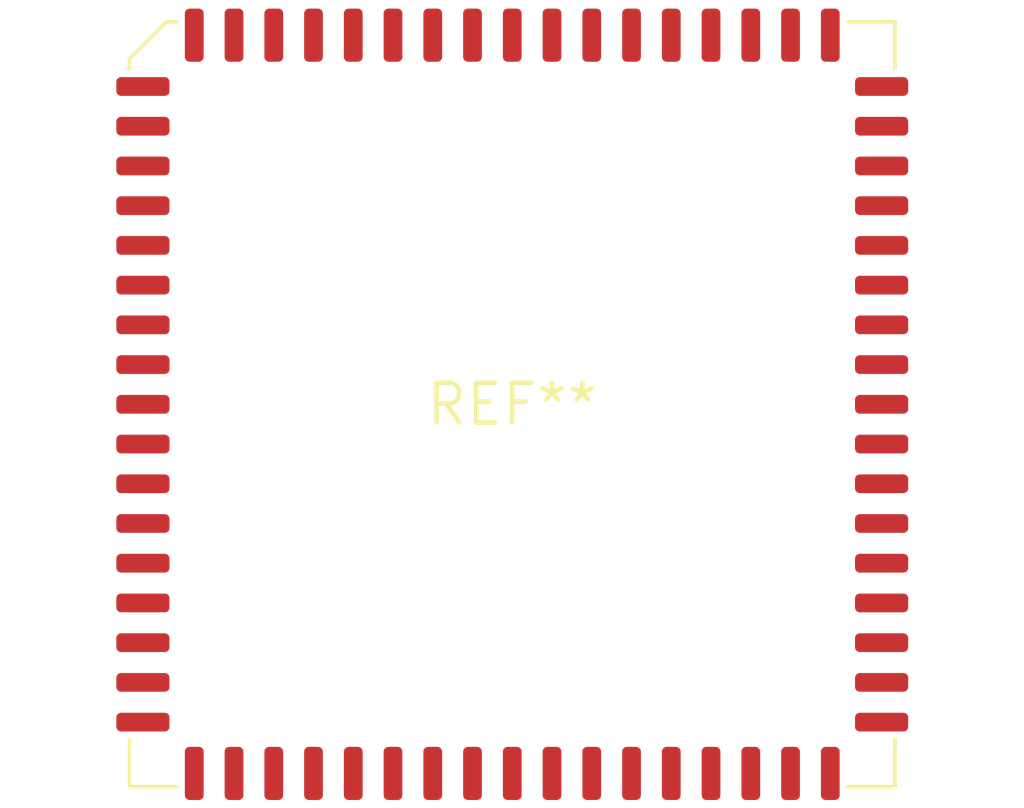
<source format=kicad_pcb>
(kicad_pcb (version 20240108) (generator pcbnew)
  (layers (0 "F.Cu" signal) (31 "B.Cu" signal) (34 "B.Paste" user) (35 "F.Paste" user) (36 "B.SilkS" user "B.Silkscreen") (37 "F.SilkS" user "F.Silkscreen") (38 "B.Mask" user) (39 "F.Mask" user) (44 "Edge.Cuts" user))
  (net 0 "")
  (footprint "PLCC-68_24.2x24.2mm_P1.27mm" (layer "F.Cu") (at 0 0)
    (property "Reference" "REF**")
    (property "Value" "PLCC-68_24.2x24.2mm_P1.27mm")
    (fp_line (start -12.2258 -11.050582) (end -12.2258 -10.72) (layer "F.SilkS") (stroke (width 0.12)))
    (fp_line (start -12.2258 12.2258) (end -12.2258 10.72) (layer "F.SilkS") (stroke (width 0.12)))
    (fp_line (start -11.050582 -12.2258) (end -12.2258 -11.050582) (layer "F.SilkS") (stroke (width 0.12)))
    (fp_line (start -10.72 -12.2258) (end -11.050582 -12.2258) (layer "F.SilkS") (stroke (width 0.12)))
    (fp_line (start -10.72 12.2258) (end -12.2258 12.2258) (layer "F.SilkS") (stroke (width 0.12)))
    (fp_line (start 10.72 -12.2258) (end 12.2258 -12.2258) (layer "F.SilkS") (stroke (width 0.12)))
    (fp_line (start 10.72 12.2258) (end 12.2258 12.2258) (layer "F.SilkS") (stroke (width 0.12)))
    (fp_line (start 12.2258 -12.2258) (end 12.2258 -10.72) (layer "F.SilkS") (stroke (width 0.12)))
    (fp_line (start 12.2258 12.2258) (end 12.2258 10.72) (layer "F.SilkS") (stroke (width 0.12)))
    (pad "1" smd roundrect (at 0 -11.8) (size 0.6 1.7) (layers "F.Cu" "F.Paste" "F.Mask"))
    (pad "2" smd roundrect (at -1.27 -11.8) (size 0.6 1.7) (layers "F.Cu" "F.Paste" "F.Mask"))
    (pad "3" smd roundrect (at -2.54 -11.8) (size 0.6 1.7) (layers "F.Cu" "F.Paste" "F.Mask"))
    (pad "4" smd roundrect (at -3.81 -11.8) (size 0.6 1.7) (layers "F.Cu" "F.Paste" "F.Mask"))
    (pad "5" smd roundrect (at -5.08 -11.8) (size 0.6 1.7) (layers "F.Cu" "F.Paste" "F.Mask"))
    (pad "6" smd roundrect (at -6.35 -11.8) (size 0.6 1.7) (layers "F.Cu" "F.Paste" "F.Mask"))
    (pad "7" smd roundrect (at -7.62 -11.8) (size 0.6 1.7) (layers "F.Cu" "F.Paste" "F.Mask"))
    (pad "8" smd roundrect (at -8.89 -11.8) (size 0.6 1.7) (layers "F.Cu" "F.Paste" "F.Mask"))
    (pad "9" smd roundrect (at -10.16 -11.8) (size 0.6 1.7) (layers "F.Cu" "F.Paste" "F.Mask"))
    (pad "10" smd roundrect (at -11.8 -10.16) (size 1.7 0.6) (layers "F.Cu" "F.Paste" "F.Mask"))
    (pad "11" smd roundrect (at -11.8 -8.89) (size 1.7 0.6) (layers "F.Cu" "F.Paste" "F.Mask"))
    (pad "12" smd roundrect (at -11.8 -7.62) (size 1.7 0.6) (layers "F.Cu" "F.Paste" "F.Mask"))
    (pad "13" smd roundrect (at -11.8 -6.35) (size 1.7 0.6) (layers "F.Cu" "F.Paste" "F.Mask"))
    (pad "14" smd roundrect (at -11.8 -5.08) (size 1.7 0.6) (layers "F.Cu" "F.Paste" "F.Mask"))
    (pad "15" smd roundrect (at -11.8 -3.81) (size 1.7 0.6) (layers "F.Cu" "F.Paste" "F.Mask"))
    (pad "16" smd roundrect (at -11.8 -2.54) (size 1.7 0.6) (layers "F.Cu" "F.Paste" "F.Mask"))
    (pad "17" smd roundrect (at -11.8 -1.27) (size 1.7 0.6) (layers "F.Cu" "F.Paste" "F.Mask"))
    (pad "18" smd roundrect (at -11.8 0) (size 1.7 0.6) (layers "F.Cu" "F.Paste" "F.Mask"))
    (pad "19" smd roundrect (at -11.8 1.27) (size 1.7 0.6) (layers "F.Cu" "F.Paste" "F.Mask"))
    (pad "20" smd roundrect (at -11.8 2.54) (size 1.7 0.6) (layers "F.Cu" "F.Paste" "F.Mask"))
    (pad "21" smd roundrect (at -11.8 3.81) (size 1.7 0.6) (layers "F.Cu" "F.Paste" "F.Mask"))
    (pad "22" smd roundrect (at -11.8 5.08) (size 1.7 0.6) (layers "F.Cu" "F.Paste" "F.Mask"))
    (pad "23" smd roundrect (at -11.8 6.35) (size 1.7 0.6) (layers "F.Cu" "F.Paste" "F.Mask"))
    (pad "24" smd roundrect (at -11.8 7.62) (size 1.7 0.6) (layers "F.Cu" "F.Paste" "F.Mask"))
    (pad "25" smd roundrect (at -11.8 8.89) (size 1.7 0.6) (layers "F.Cu" "F.Paste" "F.Mask"))
    (pad "26" smd roundrect (at -11.8 10.16) (size 1.7 0.6) (layers "F.Cu" "F.Paste" "F.Mask"))
    (pad "27" smd roundrect (at -10.16 11.8) (size 0.6 1.7) (layers "F.Cu" "F.Paste" "F.Mask"))
    (pad "28" smd roundrect (at -8.89 11.8) (size 0.6 1.7) (layers "F.Cu" "F.Paste" "F.Mask"))
    (pad "29" smd roundrect (at -7.62 11.8) (size 0.6 1.7) (layers "F.Cu" "F.Paste" "F.Mask"))
    (pad "30" smd roundrect (at -6.35 11.8) (size 0.6 1.7) (layers "F.Cu" "F.Paste" "F.Mask"))
    (pad "31" smd roundrect (at -5.08 11.8) (size 0.6 1.7) (layers "F.Cu" "F.Paste" "F.Mask"))
    (pad "32" smd roundrect (at -3.81 11.8) (size 0.6 1.7) (layers "F.Cu" "F.Paste" "F.Mask"))
    (pad "33" smd roundrect (at -2.54 11.8) (size 0.6 1.7) (layers "F.Cu" "F.Paste" "F.Mask"))
    (pad "34" smd roundrect (at -1.27 11.8) (size 0.6 1.7) (layers "F.Cu" "F.Paste" "F.Mask"))
    (pad "35" smd roundrect (at 0 11.8) (size 0.6 1.7) (layers "F.Cu" "F.Paste" "F.Mask"))
    (pad "36" smd roundrect (at 1.27 11.8) (size 0.6 1.7) (layers "F.Cu" "F.Paste" "F.Mask"))
    (pad "37" smd roundrect (at 2.54 11.8) (size 0.6 1.7) (layers "F.Cu" "F.Paste" "F.Mask"))
    (pad "38" smd roundrect (at 3.81 11.8) (size 0.6 1.7) (layers "F.Cu" "F.Paste" "F.Mask"))
    (pad "39" smd roundrect (at 5.08 11.8) (size 0.6 1.7) (layers "F.Cu" "F.Paste" "F.Mask"))
    (pad "40" smd roundrect (at 6.35 11.8) (size 0.6 1.7) (layers "F.Cu" "F.Paste" "F.Mask"))
    (pad "41" smd roundrect (at 7.62 11.8) (size 0.6 1.7) (layers "F.Cu" "F.Paste" "F.Mask"))
    (pad "42" smd roundrect (at 8.89 11.8) (size 0.6 1.7) (layers "F.Cu" "F.Paste" "F.Mask"))
    (pad "43" smd roundrect (at 10.16 11.8) (size 0.6 1.7) (layers "F.Cu" "F.Paste" "F.Mask"))
    (pad "44" smd roundrect (at 11.8 10.16) (size 1.7 0.6) (layers "F.Cu" "F.Paste" "F.Mask"))
    (pad "45" smd roundrect (at 11.8 8.89) (size 1.7 0.6) (layers "F.Cu" "F.Paste" "F.Mask"))
    (pad "46" smd roundrect (at 11.8 7.62) (size 1.7 0.6) (layers "F.Cu" "F.Paste" "F.Mask"))
    (pad "47" smd roundrect (at 11.8 6.35) (size 1.7 0.6) (layers "F.Cu" "F.Paste" "F.Mask"))
    (pad "48" smd roundrect (at 11.8 5.08) (size 1.7 0.6) (layers "F.Cu" "F.Paste" "F.Mask"))
    (pad "49" smd roundrect (at 11.8 3.81) (size 1.7 0.6) (layers "F.Cu" "F.Paste" "F.Mask"))
    (pad "50" smd roundrect (at 11.8 2.54) (size 1.7 0.6) (layers "F.Cu" "F.Paste" "F.Mask"))
    (pad "51" smd roundrect (at 11.8 1.27) (size 1.7 0.6) (layers "F.Cu" "F.Paste" "F.Mask"))
    (pad "52" smd roundrect (at 11.8 0) (size 1.7 0.6) (layers "F.Cu" "F.Paste" "F.Mask"))
    (pad "53" smd roundrect (at 11.8 -1.27) (size 1.7 0.6) (layers "F.Cu" "F.Paste" "F.Mask"))
    (pad "54" smd roundrect (at 11.8 -2.54) (size 1.7 0.6) (layers "F.Cu" "F.Paste" "F.Mask"))
    (pad "55" smd roundrect (at 11.8 -3.81) (size 1.7 0.6) (layers "F.Cu" "F.Paste" "F.Mask"))
    (pad "56" smd roundrect (at 11.8 -5.08) (size 1.7 0.6) (layers "F.Cu" "F.Paste" "F.Mask"))
    (pad "57" smd roundrect (at 11.8 -6.35) (size 1.7 0.6) (layers "F.Cu" "F.Paste" "F.Mask"))
    (pad "58" smd roundrect (at 11.8 -7.62) (size 1.7 0.6) (layers "F.Cu" "F.Paste" "F.Mask"))
    (pad "59" smd roundrect (at 11.8 -8.89) (size 1.7 0.6) (layers "F.Cu" "F.Paste" "F.Mask"))
    (pad "60" smd roundrect (at 11.8 -10.16) (size 1.7 0.6) (layers "F.Cu" "F.Paste" "F.Mask"))
    (pad "61" smd roundrect (at 10.16 -11.8) (size 0.6 1.7) (layers "F.Cu" "F.Paste" "F.Mask"))
    (pad "62" smd roundrect (at 8.89 -11.8) (size 0.6 1.7) (layers "F.Cu" "F.Paste" "F.Mask"))
    (pad "63" smd roundrect (at 7.62 -11.8) (size 0.6 1.7) (layers "F.Cu" "F.Paste" "F.Mask"))
    (pad "64" smd roundrect (at 6.35 -11.8) (size 0.6 1.7) (layers "F.Cu" "F.Paste" "F.Mask"))
    (pad "65" smd roundrect (at 5.08 -11.8) (size 0.6 1.7) (layers "F.Cu" "F.Paste" "F.Mask"))
    (pad "66" smd roundrect (at 3.81 -11.8) (size 0.6 1.7) (layers "F.Cu" "F.Paste" "F.Mask"))
    (pad "67" smd roundrect (at 2.54 -11.8) (size 0.6 1.7) (layers "F.Cu" "F.Paste" "F.Mask"))
    (pad "68" smd roundrect (at 1.27 -11.8) (size 0.6 1.7) (layers "F.Cu" "F.Paste" "F.Mask"))
  )
)
</source>
